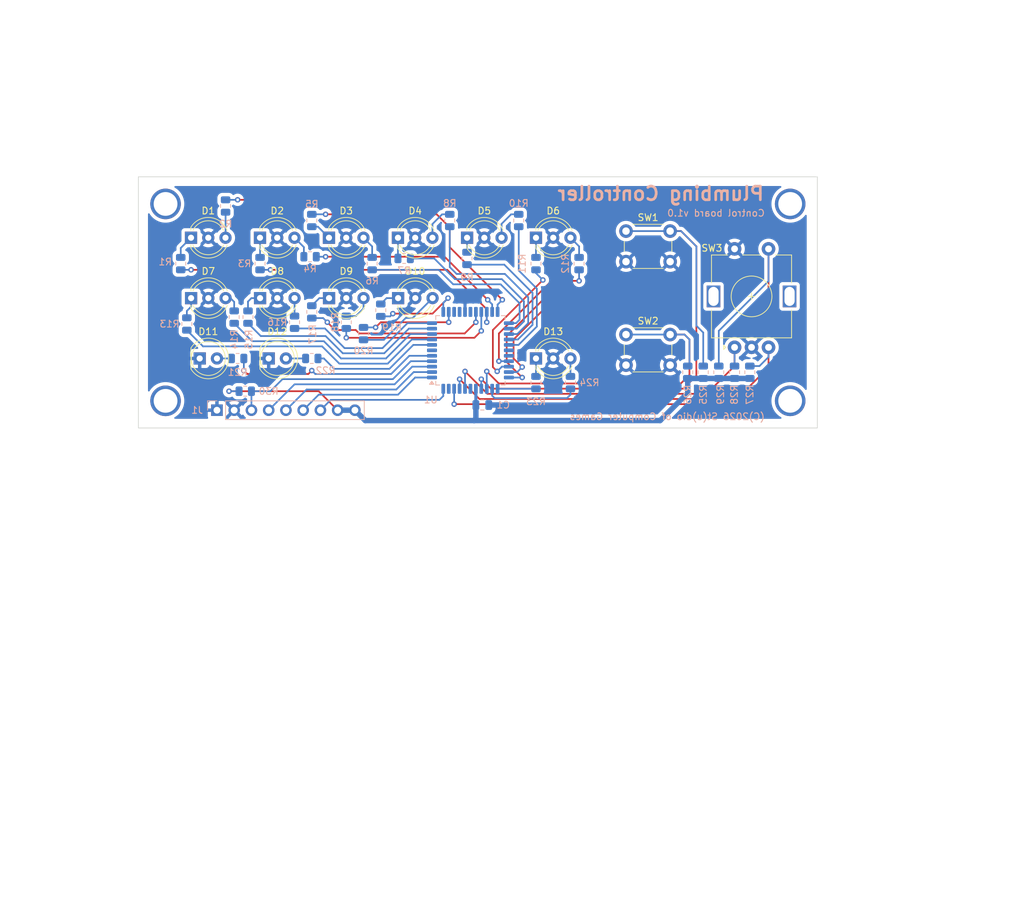
<source format=kicad_pcb>
(kicad_pcb
	(version 20241229)
	(generator "pcbnew")
	(generator_version "9.0")
	(general
		(thickness 1.6)
		(legacy_teardrops no)
	)
	(paper "A4")
	(layers
		(0 "F.Cu" signal)
		(2 "B.Cu" signal)
		(9 "F.Adhes" user "F.Adhesive")
		(11 "B.Adhes" user "B.Adhesive")
		(13 "F.Paste" user)
		(15 "B.Paste" user)
		(5 "F.SilkS" user "F.Silkscreen")
		(7 "B.SilkS" user "B.Silkscreen")
		(1 "F.Mask" user)
		(3 "B.Mask" user)
		(17 "Dwgs.User" user "User.Drawings")
		(19 "Cmts.User" user "User.Comments")
		(21 "Eco1.User" user "User.Eco1")
		(23 "Eco2.User" user "User.Eco2")
		(25 "Edge.Cuts" user)
		(27 "Margin" user)
		(31 "F.CrtYd" user "F.Courtyard")
		(29 "B.CrtYd" user "B.Courtyard")
		(35 "F.Fab" user)
		(33 "B.Fab" user)
		(39 "User.1" user)
		(41 "User.2" user)
		(43 "User.3" user)
		(45 "User.4" user)
		(47 "User.5" user)
		(49 "User.6" user)
		(51 "User.7" user)
		(53 "User.8" user)
		(55 "User.9" user)
	)
	(setup
		(pad_to_mask_clearance 0)
		(allow_soldermask_bridges_in_footprints no)
		(tenting front back)
		(pcbplotparams
			(layerselection 0x00000000_00000000_55555555_575555ff)
			(plot_on_all_layers_selection 0x00000000_00000000_00000000_00000000)
			(disableapertmacros no)
			(usegerberextensions no)
			(usegerberattributes yes)
			(usegerberadvancedattributes yes)
			(creategerberjobfile yes)
			(dashed_line_dash_ratio 12.000000)
			(dashed_line_gap_ratio 3.000000)
			(svgprecision 6)
			(plotframeref no)
			(mode 1)
			(useauxorigin no)
			(hpglpennumber 1)
			(hpglpenspeed 20)
			(hpglpendiameter 15.000000)
			(pdf_front_fp_property_popups yes)
			(pdf_back_fp_property_popups yes)
			(pdf_metadata yes)
			(pdf_single_document no)
			(dxfpolygonmode yes)
			(dxfimperialunits yes)
			(dxfusepcbnewfont yes)
			(psnegative no)
			(psa4output no)
			(plot_black_and_white yes)
			(sketchpadsonfab no)
			(plotpadnumbers no)
			(hidednponfab no)
			(sketchdnponfab yes)
			(crossoutdnponfab yes)
			(subtractmaskfromsilk no)
			(outputformat 1)
			(mirror no)
			(drillshape 0)
			(scaleselection 1)
			(outputdirectory "")
		)
	)
	(net 0 "")
	(net 1 "Net-(D1-A2)")
	(net 2 "GNDD")
	(net 3 "Net-(D1-A1)")
	(net 4 "Net-(D2-A1)")
	(net 5 "Net-(D2-A2)")
	(net 6 "Net-(D3-A2)")
	(net 7 "Net-(D3-A1)")
	(net 8 "Net-(D4-A1)")
	(net 9 "Net-(D4-A2)")
	(net 10 "Net-(D5-A2)")
	(net 11 "Net-(D5-A1)")
	(net 12 "Net-(D6-A2)")
	(net 13 "Net-(D6-A1)")
	(net 14 "Net-(D7-A2)")
	(net 15 "Net-(D7-A1)")
	(net 16 "Net-(D8-A1)")
	(net 17 "LED_VALVE1_OPEN")
	(net 18 "LED_VALVE1_CLOSE")
	(net 19 "LED_VALVE2_OPEN")
	(net 20 "LED_VALVE2_CLOSE")
	(net 21 "LED_VALVE3_OPEN")
	(net 22 "LED_VALVE3_CLOSE")
	(net 23 "LED_VALVE4_OPEN")
	(net 24 "LED_VALVE4_CLOSE")
	(net 25 "LED_LS1_OK")
	(net 26 "LED_LS1_ARARM")
	(net 27 "LED_LS2_OK")
	(net 28 "LED_LS2_ALARM")
	(net 29 "LED_LS3_OK")
	(net 30 "LED_LS3_ALARM")
	(net 31 "LED_PWR_BAT")
	(net 32 "LED_PWR_LINE")
	(net 33 "LED_FS1")
	(net 34 "LED_FS2")
	(net 35 "SW_OK")
	(net 36 "VCC")
	(net 37 "SW_CANCEL")
	(net 38 "SW_ENTER")
	(net 39 "Net-(D8-A2)")
	(net 40 "Net-(D9-A2)")
	(net 41 "Net-(D9-A1)")
	(net 42 "Net-(D10-A2)")
	(net 43 "Net-(D10-A1)")
	(net 44 "Net-(D11-A)")
	(net 45 "Net-(D12-A)")
	(net 46 "Net-(D13-A2)")
	(net 47 "Net-(D13-A1)")
	(net 48 "LED_VALVE5_OPEN")
	(net 49 "LED_VALVE5_CLOSE")
	(net 50 "LED_VALVE6_OPEN")
	(net 51 "LED_VALVE6_CLOSE")
	(net 52 "ENC_A")
	(net 53 "ENC_B")
	(net 54 "LED_LS4_OK")
	(net 55 "LED_LS4_ALARM")
	(net 56 "unconnected-(U1-XTAL1-Pad15)")
	(net 57 "unconnected-(U1-XTAL2-Pad14)")
	(net 58 "unconnected-(U1-NC-Pad6)")
	(net 59 "unconnected-(U1-PB3-Pad43)")
	(net 60 "unconnected-(U1-PE0-Pad29)")
	(net 61 "unconnected-(U1-NC-Pad39)")
	(net 62 "unconnected-(U1-NC-Pad28)")
	(net 63 "unconnected-(U1-NC-Pad17)")
	(net 64 "/Interface/~{SPI_SS}")
	(net 65 "/Interface/SPI_MOSI")
	(net 66 "/Interface/SPI_SCK")
	(net 67 "/Interface/SPI_MISO")
	(net 68 "/Interface/~{RESET}")
	(footprint "Button_Switch_THT:SW_PUSH_6mm" (layer "F.Cu") (at 175.82 108.24))
	(footprint "LED_THT:LED_D5.0mm-3" (layer "F.Cu") (at 132.08 102.87))
	(footprint "LED_THT:LED_D5.0mm-3" (layer "F.Cu") (at 142.23 93.98))
	(footprint "LED_THT:LED_D5.0mm-3" (layer "F.Cu") (at 152.41 93.98))
	(footprint "LED_THT:LED_D5.0mm-3" (layer "F.Cu") (at 111.76 102.87))
	(footprint "LED_THT:LED_D5.0mm-3" (layer "F.Cu") (at 121.91 93.98))
	(footprint "Button_Switch_THT:SW_PUSH_6mm" (layer "F.Cu") (at 175.82 93))
	(footprint "Rotary_Encoder:RotaryEncoder_Alps_EC11E-Switch_Vertical_H20mm" (layer "F.Cu") (at 191.81 110.12 90))
	(footprint "LED_THT:LED_D5.0mm-3" (layer "F.Cu") (at 132.07 93.98))
	(footprint "LED_THT:LED_D5.0mm" (layer "F.Cu") (at 123.19 111.76))
	(footprint "LED_THT:LED_D5.0mm-3" (layer "F.Cu") (at 162.56 93.98))
	(footprint "LED_THT:LED_D5.0mm-3" (layer "F.Cu") (at 111.75 93.98))
	(footprint "LED_THT:LED_D5.0mm-3" (layer "F.Cu") (at 142.25 102.87))
	(footprint "LED_THT:LED_D5.0mm" (layer "F.Cu") (at 113.03 111.76))
	(footprint "LED_THT:LED_D5.0mm-3" (layer "F.Cu") (at 121.92 102.87))
	(footprint "LED_THT:LED_D5.0mm-3" (layer "F.Cu") (at 162.56 111.76))
	(footprint "Resistor_SMD:R_0805_2012Metric" (layer "B.Cu") (at 129.286 96.774))
	(footprint "Package_QFP:TQFP-44_10x10mm_P0.8mm" (layer "B.Cu") (at 152.908 110.5645))
	(footprint "Resistor_SMD:R_0805_2012Metric" (layer "B.Cu") (at 129.54 104.902 -90))
	(footprint "Resistor_SMD:R_0805_2012Metric" (layer "B.Cu") (at 152.4 97.028 -90))
	(footprint "Resistor_SMD:R_0805_2012Metric" (layer "B.Cu") (at 143.1425 97.028))
	(footprint "Resistor_SMD:R_0805_2012Metric" (layer "B.Cu") (at 134.62 106.426 -90))
	(footprint "Resistor_SMD:R_0805_2012Metric" (layer "B.Cu") (at 187.198 113.792 -90))
	(footprint "Resistor_SMD:R_0805_2012Metric" (layer "B.Cu") (at 162.56 97.79 -90))
	(footprint "Resistor_SMD:R_0805_2012Metric" (layer "B.Cu") (at 110.236 97.79 -90))
	(footprint "Resistor_SMD:R_0805_2012Metric" (layer "B.Cu") (at 138.43 97.79 -90))
	(footprint "Resistor_SMD:R_0805_2012Metric" (layer "B.Cu") (at 137.16 108.1005 90))
	(footprint "Resistor_SMD:R_0805_2012Metric" (layer "B.Cu") (at 191.81 113.792 -90))
	(footprint "Resistor_SMD:R_0805_2012Metric" (layer "B.Cu") (at 111.135 106.68 -90))
	(footprint "Resistor_SMD:R_0805_2012Metric" (layer "B.Cu") (at 167.64 115.316 -90))
	(footprint "Resistor_SMD:R_0805_2012Metric" (layer "B.Cu") (at 184.912 113.792 -90))
	(footprint "Resistor_SMD:R_0805_2012Metric" (layer "B.Cu") (at 118.618 111.76))
	(footprint "Capacitor_SMD:C_0805_2012Metric" (layer "B.Cu") (at 154.658 118.618))
	(footprint "Resistor_SMD:R_0805_2012Metric" (layer "B.Cu") (at 194.056 113.792 -90))
	(footprint "Resistor_SMD:R_0805_2012Metric" (layer "B.Cu") (at 119.7375 116.586 180))
	(footprint "Resistor_SMD:R_0805_2012Metric" (layer "B.Cu") (at 149.86 91.44 -90))
	(footprint "Resistor_SMD:R_0805_2012Metric" (layer "B.Cu") (at 116.84 89.3045 90))
	(footprint "Resistor_SMD:R_0805_2012Metric"
		(layer "B.Cu")
		(uuid "afd58c88-dee7-4b10-9e18-a7d48a4deb0f")
		(at 189.484 113.792 -90)
		(descr "Resistor SMD 0805 (2012 Metric), square (rectangular) end terminal, IPC_7351 nominal, (Body size source: IPC-SM-782 page 72, https://www.pcb-3d.com/wordpress/wp-content/uploads/ipc-sm-782a_amendment_1_and_2.pdf), generated with kicad-footprint-generator")
		(tags "resistor")
		(property "Reference" "R29"
			(at 3.302 -0.254 90)
			(layer "B.SilkS")
			(uuid "72639676-8193-4d40-a914-3fe5e743ca25")
			(effects
				(font
					(size 1 1)
					(thickness 0.15)
				)
				(justify mirror)
			)
		)
		(property "Value" "10K"
			(at 2.794 0 90)
			(layer "B.Fab")
			(uuid "3c48ee0d-bed7-4c15-b164-136a0d39fced")
			(effects
				(font
					(size 1 1)
					(thickness 0.15)
				)
				(justify mi
... [282651 chars truncated]
</source>
